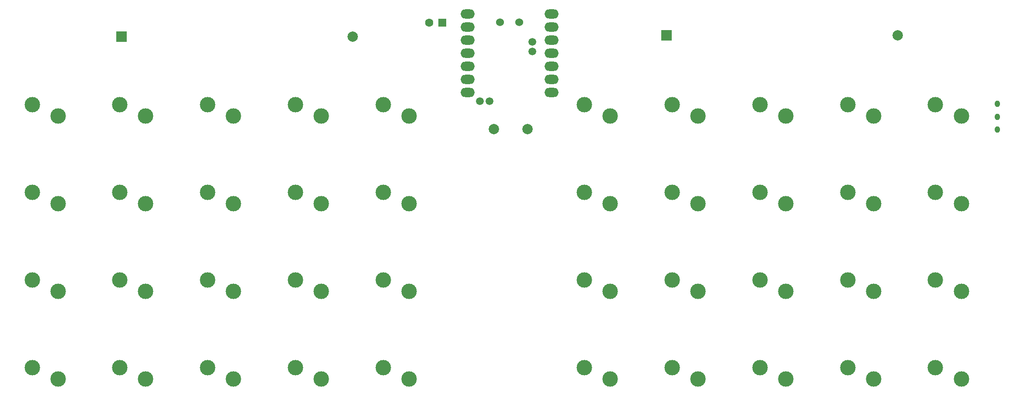
<source format=gbr>
%TF.GenerationSoftware,KiCad,Pcbnew,8.0.7*%
%TF.CreationDate,2025-05-30T21:54:57+09:00*%
%TF.ProjectId,cool640zmk,636f6f6c-3634-4307-9a6d-6b2e6b696361,rev?*%
%TF.SameCoordinates,Original*%
%TF.FileFunction,Soldermask,Top*%
%TF.FilePolarity,Negative*%
%FSLAX46Y46*%
G04 Gerber Fmt 4.6, Leading zero omitted, Abs format (unit mm)*
G04 Created by KiCad (PCBNEW 8.0.7) date 2025-05-30 21:54:57*
%MOMM*%
%LPD*%
G01*
G04 APERTURE LIST*
%ADD10C,3.000000*%
%ADD11R,1.600000X1.600000*%
%ADD12C,1.600000*%
%ADD13R,2.000000X2.000000*%
%ADD14C,2.000000*%
%ADD15O,1.000000X1.300000*%
%ADD16O,2.750000X1.800000*%
%ADD17C,1.500000*%
%ADD18C,1.524000*%
G04 APERTURE END LIST*
D10*
%TO.C,SW40*%
X153000000Y-54700000D03*
X158000000Y-56900000D03*
%TD*%
%TO.C,SW28*%
X170000000Y-54700000D03*
X175000000Y-56900000D03*
%TD*%
%TO.C,SW12*%
X46000000Y-54700000D03*
X51000000Y-56900000D03*
%TD*%
%TO.C,SW14*%
X63000000Y-54700000D03*
X68000000Y-56900000D03*
%TD*%
%TO.C,SW2*%
X-5000000Y-20700000D03*
X0Y-22900000D03*
%TD*%
%TO.C,SW4*%
X-5000000Y-54700000D03*
X0Y-56900000D03*
%TD*%
%TO.C,SW10*%
X46000000Y-20700000D03*
X51000000Y-22900000D03*
%TD*%
D11*
%TO.C,J1*%
X74470000Y12240000D03*
D12*
X71950000Y12240000D03*
%TD*%
D13*
%TO.C,B1*%
X117920000Y9780000D03*
D14*
X162720000Y9780000D03*
%TD*%
D10*
%TO.C,SW11*%
X46000000Y-37700000D03*
X51000000Y-39900000D03*
%TD*%
%TO.C,SW5*%
X12000000Y-3700000D03*
X17000000Y-5900000D03*
%TD*%
%TO.C,SW38*%
X136000000Y-20700000D03*
X141000000Y-22900000D03*
%TD*%
%TO.C,SW31*%
X29000000Y-37700000D03*
X34000000Y-39900000D03*
%TD*%
%TO.C,SW30*%
X12000000Y-54700000D03*
X17000000Y-56900000D03*
%TD*%
%TO.C,SW16*%
X102000000Y-20700000D03*
X107000000Y-22900000D03*
%TD*%
D13*
%TO.C,B2*%
X12280000Y9560000D03*
D14*
X57080000Y9560000D03*
%TD*%
D10*
%TO.C,SW35*%
X102000000Y-37700000D03*
X107000000Y-39900000D03*
%TD*%
%TO.C,SW20*%
X119000000Y-54700000D03*
X124000000Y-56900000D03*
%TD*%
%TO.C,SW33*%
X63000000Y-3700000D03*
X68000000Y-5900000D03*
%TD*%
%TO.C,SW8*%
X29000000Y-20700000D03*
X34000000Y-22900000D03*
%TD*%
%TO.C,SW6*%
X12000000Y-20700000D03*
X17000000Y-22900000D03*
%TD*%
%TO.C,SW18*%
X119000000Y-20700000D03*
X124000000Y-22900000D03*
%TD*%
%TO.C,SW7*%
X29000000Y-3700000D03*
X34000000Y-5900000D03*
%TD*%
%TO.C,SW36*%
X102000000Y-54700000D03*
X107000000Y-56900000D03*
%TD*%
%TO.C,SW17*%
X119000000Y-3700000D03*
X124000000Y-5900000D03*
%TD*%
%TO.C,SW19*%
X119000000Y-37700000D03*
X124000000Y-39900000D03*
%TD*%
%TO.C,SW29*%
X12000000Y-37700000D03*
X17000000Y-39900000D03*
%TD*%
%TO.C,SW25*%
X170000000Y-3700000D03*
X175000000Y-5900000D03*
%TD*%
%TO.C,SW24*%
X153000000Y-20700000D03*
X158000000Y-22900000D03*
%TD*%
%TO.C,SW1*%
X-5000000Y-3700000D03*
X0Y-5900000D03*
%TD*%
%TO.C,SW26*%
X170000000Y-20700000D03*
X175000000Y-22900000D03*
%TD*%
%TO.C,SW23*%
X153000000Y-3700000D03*
X158000000Y-5900000D03*
%TD*%
%TO.C,SW3*%
X-5000000Y-37700000D03*
X0Y-39900000D03*
%TD*%
%TO.C,SW39*%
X153000000Y-37700000D03*
X158000000Y-39900000D03*
%TD*%
D14*
%TO.C,SW46*%
X84430000Y-8380000D03*
X90930000Y-8380000D03*
%TD*%
D10*
%TO.C,SW13*%
X63000000Y-37700000D03*
X68000000Y-39900000D03*
%TD*%
%TO.C,SW27*%
X170000000Y-37700000D03*
X175000000Y-39900000D03*
%TD*%
%TO.C,SW34*%
X63000000Y-20700000D03*
X68000000Y-22900000D03*
%TD*%
D15*
%TO.C,SW45*%
X181960000Y-3540000D03*
X181960000Y-6040000D03*
X181960000Y-8540000D03*
%TD*%
D10*
%TO.C,SW32*%
X29000000Y-54700000D03*
X34000000Y-56900000D03*
%TD*%
%TO.C,SW22*%
X136000000Y-54700000D03*
X141000000Y-56900000D03*
%TD*%
%TO.C,SW15*%
X102000000Y-3700000D03*
X107000000Y-5900000D03*
%TD*%
%TO.C,SW37*%
X136000000Y-3700000D03*
X141000000Y-5900000D03*
%TD*%
%TO.C,SW21*%
X136000000Y-37700000D03*
X141000000Y-39900000D03*
%TD*%
%TO.C,SW9*%
X46000000Y-3700000D03*
X51000000Y-5900000D03*
%TD*%
D16*
%TO.C,U1*%
X95590000Y13920000D03*
X95590000Y11380000D03*
X95590000Y8840000D03*
X95590000Y6300000D03*
X95590000Y3760000D03*
X95590000Y1220000D03*
X95590000Y-1320000D03*
X79350000Y-1320000D03*
X79350000Y1220000D03*
X79350000Y3760000D03*
X79350000Y6300000D03*
X79350000Y8840000D03*
X79350000Y11380000D03*
X79350000Y13920000D03*
D17*
X83634600Y-3012000D03*
X81755000Y-3012000D03*
X91915000Y6617000D03*
X91915000Y8522000D03*
D18*
X89350000Y12370000D03*
X85630000Y12310000D03*
%TD*%
M02*

</source>
